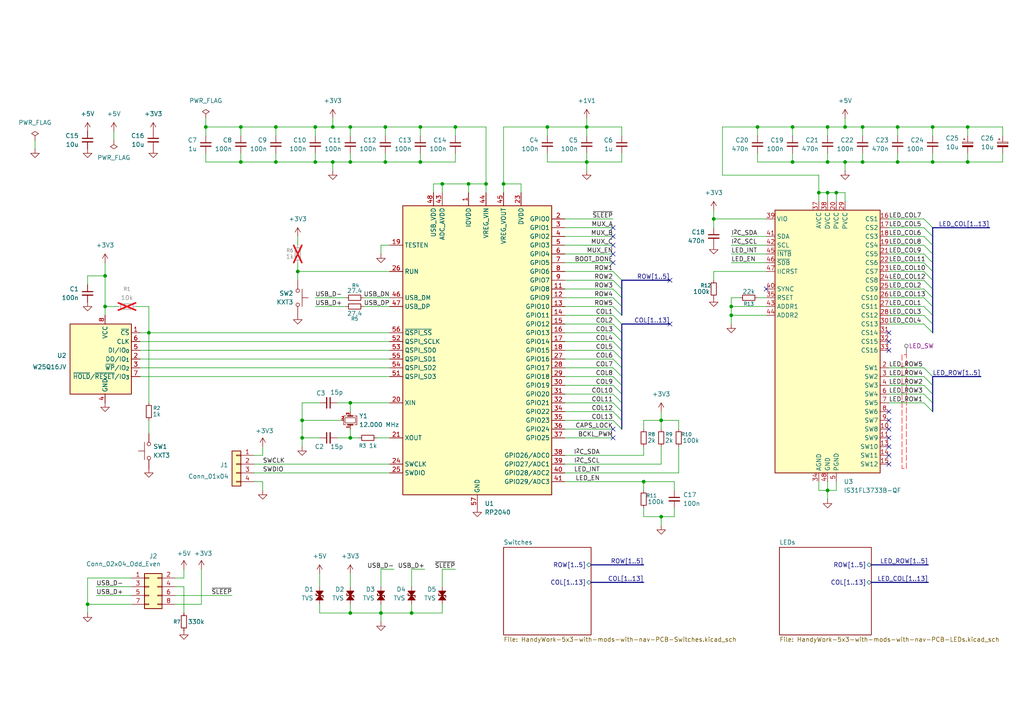
<source format=kicad_sch>
(kicad_sch (version 20250114) (generator "eeschema") (generator_version "9.0")
  (paper "A4")
  (title_block (title "HandyWork - 5x3 + Mods + Nav") (date "2026-03-01") (rev "1.0") (company "Axel Voitier") (comment 1 "HandyWork - 5x3 with mods with nav PCB") (comment 2 "CERN Open Hardware Licence Version 2 - Weakly Reciprocal") (comment 3 "Alidron"))
  (junction (at 43.18 96.52))
  (junction (at 69.85 46.99))
  (junction (at 121.92 36.83))
  (junction (at 25.4 175.26))
  (junction (at 170.18 36.83))
  (junction (at 128.27 53.34))
  (junction (at 86.36 78.74))
  (junction (at 132.08 36.83))
  (junction (at 219.71 36.83))
  (junction (at 229.87 46.99))
  (junction (at 250.19 46.99))
  (junction (at 30.48 80.01))
  (junction (at 260.35 46.99))
  (junction (at 237.49 55.88))
  (junction (at 87.63 121.92))
  (junction (at 270.51 36.83))
  (junction (at 280.67 46.99))
  (junction (at 91.44 36.83))
  (junction (at 121.92 46.99))
  (junction (at 135.89 53.34))
  (junction (at 101.6 177.8))
  (junction (at 229.87 36.83))
  (junction (at 245.11 46.99))
  (junction (at 140.97 53.34))
  (junction (at 80.01 36.83))
  (junction (at 96.52 46.99))
  (junction (at 212.09 91.44))
  (junction (at 59.69 36.83))
  (junction (at 110.49 177.8))
  (junction (at 69.85 36.83))
  (junction (at 146.05 53.34))
  (junction (at 101.6 127))
  (junction (at 87.63 127))
  (junction (at 30.48 88.9))
  (junction (at 191.77 149.86))
  (junction (at 242.57 55.88))
  (junction (at 158.75 36.83))
  (junction (at 245.11 36.83))
  (junction (at 270.51 46.99))
  (junction (at 280.67 36.83))
  (junction (at 111.76 46.99))
  (junction (at 191.77 121.92))
  (junction (at 260.35 36.83))
  (junction (at 250.19 36.83))
  (junction (at 101.6 116.84))
  (junction (at 240.03 46.99))
  (junction (at 207.01 63.5))
  (junction (at 186.69 139.7))
  (junction (at 96.52 36.83))
  (junction (at 170.18 46.99))
  (junction (at 91.44 46.99))
  (junction (at 240.03 142.24))
  (junction (at 111.76 36.83))
  (junction (at 119.38 177.8))
  (junction (at 101.6 46.99))
  (junction (at 240.03 55.88))
  (junction (at 240.03 36.83))
  (junction (at 212.09 88.9))
  (junction (at 101.6 36.83))
  (junction (at 80.01 46.99))
  (no_connect (at 177.8 68.58))
  (no_connect (at 257.81 134.62))
  (no_connect (at 257.81 101.6))
  (no_connect (at 257.81 124.46))
  (no_connect (at 194.31 93.98))
  (no_connect (at 257.81 121.92))
  (no_connect (at 177.8 71.12))
  (no_connect (at 177.8 76.2))
  (no_connect (at 257.81 119.38))
  (no_connect (at 257.81 127))
  (no_connect (at 177.8 124.46))
  (no_connect (at 257.81 96.52))
  (no_connect (at 222.25 83.82))
  (no_connect (at 177.8 127))
  (no_connect (at 177.8 66.04))
  (no_connect (at 194.31 81.28))
  (no_connect (at 257.81 132.08))
  (no_connect (at 257.81 129.54))
  (no_connect (at 177.8 73.66))
  (no_connect (at 257.81 99.06))
  (bus_entry (at 177.8 96.52) (size 2.54 2.54))
  (bus_entry (at 270.51 96.52) (size -2.54 -2.54))
  (bus_entry (at 177.8 88.9) (size 2.54 2.54))
  (bus_entry (at 177.8 111.76) (size 2.54 2.54))
  (bus_entry (at 270.51 86.36) (size -2.54 -2.54))
  (bus_entry (at 270.51 73.66) (size -2.54 -2.54))
  (bus_entry (at 177.8 78.74) (size 2.54 2.54))
  (bus_entry (at 270.51 66.04) (size -2.54 -2.54))
  (bus_entry (at 270.51 76.2) (size -2.54 -2.54))
  (bus_entry (at 270.51 91.44) (size -2.54 -2.54))
  (bus_entry (at 177.8 101.6) (size 2.54 2.54))
  (bus_entry (at 177.8 81.28) (size 2.54 2.54))
  (bus_entry (at 177.8 121.92) (size 2.54 2.54))
  (bus_entry (at 270.51 109.22) (size -2.54 -2.54))
  (bus_entry (at 177.8 86.36) (size 2.54 2.54))
  (bus_entry (at 177.8 106.68) (size 2.54 2.54))
  (bus_entry (at 270.51 114.3) (size -2.54 -2.54))
  (bus_entry (at 270.51 78.74) (size -2.54 -2.54))
  (bus_entry (at 177.8 91.44) (size 2.54 2.54))
  (bus_entry (at 177.8 119.38) (size 2.54 2.54))
  (bus_entry (at 177.8 83.82) (size 2.54 2.54))
  (bus_entry (at 177.8 109.22) (size 2.54 2.54))
  (bus_entry (at 177.8 114.3) (size 2.54 2.54))
  (bus_entry (at 270.51 88.9) (size -2.54 -2.54))
  (bus_entry (at 177.8 93.98) (size 2.54 2.54))
  (bus_entry (at 270.51 93.98) (size -2.54 -2.54))
  (bus_entry (at 177.8 99.06) (size 2.54 2.54))
  (bus_entry (at 177.8 104.14) (size 2.54 2.54))
  (bus_entry (at 270.51 71.12) (size -2.54 -2.54))
  (bus_entry (at 270.51 111.76) (size -2.54 -2.54))
  (bus_entry (at 270.51 81.28) (size -2.54 -2.54))
  (bus_entry (at 270.51 83.82) (size -2.54 -2.54))
  (bus_entry (at 270.51 116.84) (size -2.54 -2.54))
  (bus_entry (at 177.8 116.84) (size 2.54 2.54))
  (bus_entry (at 270.51 68.58) (size -2.54 -2.54))
  (bus_entry (at 270.51 119.38) (size -2.54 -2.54))
  (wire (pts (xy 250.19 46.99) (xy 260.35 46.99)))
  (wire (pts (xy 163.83 66.04) (xy 177.8 66.04)))
  (wire (pts (xy 33.02 38.1) (xy 33.02 40.64)))
  (wire (pts (xy 40.64 104.14) (xy 113.03 104.14)))
  (wire (pts (xy 53.34 165.1) (xy 53.34 167.64)))
  (wire (pts (xy 135.89 53.34) (xy 135.89 55.88)))
  (wire (pts (xy 163.83 114.3) (xy 177.8 114.3)))
  (wire (pts (xy 86.36 68.58) (xy 86.36 71.12)))
  (wire (pts (xy 101.6 166.37) (xy 101.6 170.18)))
  (wire (pts (xy 186.69 149.86) (xy 191.77 149.86)))
  (bus (pts (xy 252.73 168.91) (xy 269.24 168.91)))
  (wire (pts (xy 219.71 86.36) (xy 222.25 86.36)))
  (wire (pts (xy 121.92 36.83) (xy 132.08 36.83)))
  (wire (pts (xy 237.49 50.8) (xy 237.49 55.88)))
  (wire (pts (xy 110.49 177.8) (xy 119.38 177.8)))
  (bus (pts (xy 180.34 111.76) (xy 180.34 109.22)))
  (wire (pts (xy 53.34 167.64) (xy 50.8 167.64)))
  (wire (pts (xy 86.36 76.2) (xy 86.36 78.74)))
  (wire (pts (xy 240.03 142.24) (xy 240.03 144.78)))
  (wire (pts (xy 92.71 177.8) (xy 101.6 177.8)))
  (wire (pts (xy 260.35 46.99) (xy 270.51 46.99)))
  (wire (pts (xy 53.34 170.18) (xy 53.34 177.8)))
  (wire (pts (xy 219.71 36.83) (xy 219.71 39.37)))
  (bus (pts (xy 270.51 88.9) (xy 270.51 86.36)))
  (wire (pts (xy 229.87 36.83) (xy 240.03 36.83)))
  (wire (pts (xy 101.6 175.26) (xy 101.6 177.8)))
  (wire (pts (xy 111.76 44.45) (xy 111.76 46.99)))
  (wire (pts (xy 257.81 106.68) (xy 267.97 106.68)))
  (wire (pts (xy 219.71 36.83) (xy 229.87 36.83)))
  (bus (pts (xy 180.34 99.06) (xy 180.34 96.52)))
  (wire (pts (xy 163.83 81.28) (xy 177.8 81.28)))
  (wire (pts (xy 207.01 81.28) (xy 207.01 78.74)))
  (wire (pts (xy 257.81 111.76) (xy 267.97 111.76)))
  (wire (pts (xy 245.11 46.99) (xy 250.19 46.99)))
  (wire (pts (xy 128.27 177.8) (xy 128.27 175.26)))
  (wire (pts (xy 280.67 46.99) (xy 280.67 44.45)))
  (bus (pts (xy 270.51 111.76) (xy 270.51 109.22)))
  (wire (pts (xy 163.83 139.7) (xy 186.69 139.7)))
  (wire (pts (xy 280.67 46.99) (xy 290.83 46.99)))
  (wire (pts (xy 119.38 165.1) (xy 123.19 165.1)))
  (wire (pts (xy 97.79 116.84) (xy 101.6 116.84)))
  (wire (pts (xy 40.64 101.6) (xy 113.03 101.6)))
  (wire (pts (xy 104.14 127) (xy 101.6 127)))
  (wire (pts (xy 69.85 36.83) (xy 80.01 36.83)))
  (bus (pts (xy 270.51 114.3) (xy 270.51 111.76)))
  (wire (pts (xy 109.22 127) (xy 113.03 127)))
  (wire (pts (xy 111.76 36.83) (xy 111.76 39.37)))
  (wire (pts (xy 59.69 34.29) (xy 59.69 36.83)))
  (wire (pts (xy 191.77 149.86) (xy 195.58 149.86)))
  (wire (pts (xy 59.69 36.83) (xy 69.85 36.83)))
  (wire (pts (xy 91.44 86.36) (xy 100.33 86.36)))
  (wire (pts (xy 158.75 36.83) (xy 170.18 36.83)))
  (bus (pts (xy 270.51 68.58) (xy 270.51 66.04)))
  (wire (pts (xy 240.03 36.83) (xy 245.11 36.83)))
  (wire (pts (xy 163.83 124.46) (xy 177.8 124.46)))
  (bus (pts (xy 171.45 168.91) (xy 186.69 168.91)))
  (wire (pts (xy 163.83 76.2) (xy 177.8 76.2)))
  (wire (pts (xy 96.52 36.83) (xy 101.6 36.83)))
  (wire (pts (xy 191.77 134.62) (xy 191.77 129.54)))
  (wire (pts (xy 30.48 88.9) (xy 34.29 88.9)))
  (wire (pts (xy 196.85 121.92) (xy 196.85 124.46)))
  (bus (pts (xy 270.51 71.12) (xy 270.51 68.58)))
  (wire (pts (xy 170.18 46.99) (xy 170.18 49.53)))
  (wire (pts (xy 163.83 104.14) (xy 177.8 104.14)))
  (wire (pts (xy 209.55 50.8) (xy 237.49 50.8)))
  (wire (pts (xy 128.27 53.34) (xy 128.27 55.88)))
  (wire (pts (xy 50.8 170.18) (xy 53.34 170.18)))
  (bus (pts (xy 270.51 86.36) (xy 270.51 83.82)))
  (wire (pts (xy 229.87 46.99) (xy 240.03 46.99)))
  (wire (pts (xy 186.69 147.32) (xy 186.69 149.86)))
  (wire (pts (xy 270.51 36.83) (xy 280.67 36.83)))
  (wire (pts (xy 73.66 132.08) (xy 76.2 132.08)))
  (wire (pts (xy 191.77 149.86) (xy 191.77 152.4)))
  (wire (pts (xy 92.71 166.37) (xy 92.71 170.18)))
  (wire (pts (xy 69.85 46.99) (xy 80.01 46.99)))
  (wire (pts (xy 170.18 36.83) (xy 170.18 39.37)))
  (wire (pts (xy 119.38 170.18) (xy 119.38 165.1)))
  (wire (pts (xy 121.92 36.83) (xy 121.92 39.37)))
  (wire (pts (xy 80.01 36.83) (xy 80.01 39.37)))
  (wire (pts (xy 163.83 86.36) (xy 177.8 86.36)))
  (bus (pts (xy 270.51 83.82) (xy 270.51 81.28)))
  (bus (pts (xy 270.51 119.38) (xy 270.51 116.84)))
  (wire (pts (xy 105.41 86.36) (xy 113.03 86.36)))
  (wire (pts (xy 96.52 34.29) (xy 96.52 36.83)))
  (wire (pts (xy 212.09 86.36) (xy 212.09 88.9)))
  (wire (pts (xy 240.03 44.45) (xy 240.03 46.99)))
  (wire (pts (xy 69.85 36.83) (xy 69.85 39.37)))
  (wire (pts (xy 158.75 39.37) (xy 158.75 36.83)))
  (wire (pts (xy 101.6 36.83) (xy 101.6 39.37)))
  (wire (pts (xy 163.83 83.82) (xy 177.8 83.82)))
  (bus (pts (xy 270.51 81.28) (xy 270.51 78.74)))
  (wire (pts (xy 69.85 44.45) (xy 69.85 46.99)))
  (wire (pts (xy 170.18 34.29) (xy 170.18 36.83)))
  (wire (pts (xy 163.83 106.68) (xy 177.8 106.68)))
  (wire (pts (xy 212.09 76.2) (xy 222.25 76.2)))
  (wire (pts (xy 111.76 36.83) (xy 121.92 36.83)))
  (wire (pts (xy 240.03 139.7) (xy 240.03 142.24)))
  (wire (pts (xy 59.69 44.45) (xy 59.69 46.99)))
  (wire (pts (xy 186.69 139.7) (xy 186.69 142.24)))
  (wire (pts (xy 121.92 44.45) (xy 121.92 46.99)))
  (wire (pts (xy 257.81 71.12) (xy 267.97 71.12)))
  (wire (pts (xy 50.8 175.26) (xy 58.42 175.26)))
  (wire (pts (xy 214.63 86.36) (xy 212.09 86.36)))
  (wire (pts (xy 80.01 44.45) (xy 80.01 46.99)))
  (wire (pts (xy 245.11 55.88) (xy 242.57 55.88)))
  (wire (pts (xy 242.57 142.24) (xy 242.57 139.7)))
  (wire (pts (xy 80.01 36.83) (xy 91.44 36.83)))
  (wire (pts (xy 245.11 36.83) (xy 250.19 36.83)))
  (wire (pts (xy 58.42 165.1) (xy 58.42 175.26)))
  (wire (pts (xy 163.83 91.44) (xy 177.8 91.44)))
  (bus (pts (xy 180.34 106.68) (xy 180.34 104.14)))
  (wire (pts (xy 43.18 96.52) (xy 43.18 116.84)))
  (wire (pts (xy 121.92 46.99) (xy 132.08 46.99)))
  (wire (pts (xy 257.81 93.98) (xy 267.97 93.98)))
  (wire (pts (xy 207.01 63.5) (xy 222.25 63.5)))
  (wire (pts (xy 163.83 63.5) (xy 177.8 63.5)))
  (bus (pts (xy 171.45 163.83) (xy 186.69 163.83)))
  (wire (pts (xy 186.69 121.92) (xy 191.77 121.92)))
  (bus (pts (xy 180.34 88.9) (xy 180.34 86.36)))
  (wire (pts (xy 257.81 83.82) (xy 267.97 83.82)))
  (wire (pts (xy 59.69 46.99) (xy 69.85 46.99)))
  (bus (pts (xy 270.51 109.22) (xy 284.48 109.22)))
  (wire (pts (xy 207.01 63.5) (xy 207.01 66.04)))
  (wire (pts (xy 132.08 36.83) (xy 132.08 39.37)))
  (wire (pts (xy 163.83 121.92) (xy 177.8 121.92)))
  (wire (pts (xy 113.03 137.16) (xy 73.66 137.16)))
  (wire (pts (xy 128.27 170.18) (xy 128.27 165.1)))
  (wire (pts (xy 91.44 46.99) (xy 96.52 46.99)))
  (wire (pts (xy 163.83 101.6) (xy 177.8 101.6)))
  (bus (pts (xy 180.34 124.46) (xy 180.34 121.92)))
  (wire (pts (xy 140.97 53.34) (xy 140.97 55.88)))
  (bus (pts (xy 180.34 81.28) (xy 194.31 81.28)))
  (wire (pts (xy 242.57 55.88) (xy 242.57 58.42)))
  (wire (pts (xy 87.63 127) (xy 87.63 121.92)))
  (wire (pts (xy 76.2 139.7) (xy 76.2 142.24)))
  (wire (pts (xy 91.44 36.83) (xy 91.44 39.37)))
  (wire (pts (xy 135.89 53.34) (xy 140.97 53.34)))
  (wire (pts (xy 257.81 109.22) (xy 267.97 109.22)))
  (wire (pts (xy 212.09 91.44) (xy 212.09 93.98)))
  (wire (pts (xy 101.6 36.83) (xy 111.76 36.83)))
  (wire (pts (xy 257.81 73.66) (xy 267.97 73.66)))
  (wire (pts (xy 87.63 116.84) (xy 92.71 116.84)))
  (wire (pts (xy 260.35 36.83) (xy 270.51 36.83)))
  (wire (pts (xy 40.64 106.68) (xy 113.03 106.68)))
  (wire (pts (xy 132.08 36.83) (xy 140.97 36.83)))
  (bus (pts (xy 270.51 93.98) (xy 270.51 91.44)))
  (wire (pts (xy 101.6 177.8) (xy 110.49 177.8)))
  (wire (pts (xy 86.36 78.74) (xy 86.36 81.28)))
  (wire (pts (xy 101.6 116.84) (xy 101.6 119.38)))
  (wire (pts (xy 250.19 36.83) (xy 260.35 36.83)))
  (wire (pts (xy 151.13 53.34) (xy 146.05 53.34)))
  (wire (pts (xy 237.49 142.24) (xy 240.03 142.24)))
  (bus (pts (xy 180.34 93.98) (xy 194.31 93.98)))
  (wire (pts (xy 110.49 165.1) (xy 110.49 170.18)))
  (wire (pts (xy 114.3 165.1) (xy 110.49 165.1)))
  (wire (pts (xy 91.44 44.45) (xy 91.44 46.99)))
  (wire (pts (xy 191.77 121.92) (xy 191.77 124.46)))
  (wire (pts (xy 158.75 46.99) (xy 158.75 44.45)))
  (wire (pts (xy 163.83 73.66) (xy 177.8 73.66)))
  (wire (pts (xy 257.81 66.04) (xy 267.97 66.04)))
  (wire (pts (xy 186.69 132.08) (xy 186.69 129.54)))
  (wire (pts (xy 30.48 76.2) (xy 30.48 80.01)))
  (bus (pts (xy 180.34 83.82) (xy 180.34 81.28)))
  (wire (pts (xy 105.41 88.9) (xy 113.03 88.9)))
  (bus (pts (xy 270.51 116.84) (xy 270.51 114.3)))
  (wire (pts (xy 229.87 36.83) (xy 229.87 39.37)))
  (wire (pts (xy 101.6 44.45) (xy 101.6 46.99)))
  (wire (pts (xy 146.05 53.34) (xy 146.05 36.83)))
  (wire (pts (xy 25.4 82.55) (xy 25.4 80.01)))
  (bus (pts (xy 180.34 109.22) (xy 180.34 106.68)))
  (wire (pts (xy 163.83 134.62) (xy 191.77 134.62)))
  (wire (pts (xy 96.52 46.99) (xy 101.6 46.99)))
  (wire (pts (xy 191.77 119.38) (xy 191.77 121.92)))
  (wire (pts (xy 163.83 68.58) (xy 177.8 68.58)))
  (wire (pts (xy 170.18 36.83) (xy 180.34 36.83)))
  (bus (pts (xy 270.51 66.04) (xy 287.02 66.04)))
  (wire (pts (xy 97.79 127) (xy 101.6 127)))
  (wire (pts (xy 163.83 109.22) (xy 177.8 109.22)))
  (wire (pts (xy 163.83 119.38) (xy 177.8 119.38)))
  (wire (pts (xy 163.83 116.84) (xy 177.8 116.84)))
  (wire (pts (xy 270.51 46.99) (xy 270.51 44.45)))
  (wire (pts (xy 195.58 149.86) (xy 195.58 147.32)))
  (wire (pts (xy 280.67 36.83) (xy 290.83 36.83)))
  (bus (pts (xy 180.34 114.3) (xy 180.34 111.76)))
  (wire (pts (xy 163.83 71.12) (xy 177.8 71.12)))
  (wire (pts (xy 257.81 78.74) (xy 267.97 78.74)))
  (wire (pts (xy 163.83 132.08) (xy 186.69 132.08)))
  (wire (pts (xy 245.11 58.42) (xy 245.11 55.88)))
  (wire (pts (xy 207.01 60.96) (xy 207.01 63.5)))
  (bus (pts (xy 180.34 86.36) (xy 180.34 83.82)))
  (wire (pts (xy 242.57 55.88) (xy 240.03 55.88)))
  (wire (pts (xy 240.03 55.88) (xy 237.49 55.88)))
  (wire (pts (xy 240.03 36.83) (xy 240.03 39.37)))
  (wire (pts (xy 229.87 44.45) (xy 229.87 46.99)))
  (wire (pts (xy 237.49 55.88) (xy 237.49 58.42)))
  (wire (pts (xy 163.83 96.52) (xy 177.8 96.52)))
  (wire (pts (xy 92.71 175.26) (xy 92.71 177.8)))
  (bus (pts (xy 180.34 116.84) (xy 180.34 114.3)))
  (wire (pts (xy 163.83 137.16) (xy 196.85 137.16)))
  (wire (pts (xy 163.83 99.06) (xy 177.8 99.06)))
  (bus (pts (xy 180.34 104.14) (xy 180.34 101.6)))
  (wire (pts (xy 86.36 78.74) (xy 113.03 78.74)))
  (wire (pts (xy 110.49 71.12) (xy 113.03 71.12)))
  (wire (pts (xy 25.4 175.26) (xy 25.4 177.8)))
  (wire (pts (xy 212.09 71.12) (xy 222.25 71.12)))
  (wire (pts (xy 212.09 91.44) (xy 222.25 91.44)))
  (wire (pts (xy 30.48 88.9) (xy 30.48 91.44)))
  (wire (pts (xy 180.34 36.83) (xy 180.34 39.37)))
  (wire (pts (xy 101.6 46.99) (xy 111.76 46.99)))
  (wire (pts (xy 163.83 111.76) (xy 177.8 111.76)))
  (wire (pts (xy 280.67 36.83) (xy 280.67 39.37)))
  (wire (pts (xy 125.73 55.88) (xy 125.73 53.34)))
  (wire (pts (xy 170.18 46.99) (xy 158.75 46.99)))
  (wire (pts (xy 257.81 81.28) (xy 267.97 81.28)))
  (bus (pts (xy 180.34 101.6) (xy 180.34 99.06)))
  (wire (pts (xy 260.35 44.45) (xy 260.35 46.99)))
  (bus (pts (xy 180.34 91.44) (xy 180.34 88.9)))
  (wire (pts (xy 10.16 40.64) (xy 10.16 43.18)))
  (wire (pts (xy 110.49 175.26) (xy 110.49 177.8)))
  (wire (pts (xy 257.81 91.44) (xy 267.97 91.44)))
  (bus (pts (xy 270.51 96.52) (xy 270.51 93.98)))
  (wire (pts (xy 257.81 88.9) (xy 267.97 88.9)))
  (wire (pts (xy 91.44 36.83) (xy 96.52 36.83)))
  (wire (pts (xy 219.71 46.99) (xy 229.87 46.99)))
  (wire (pts (xy 43.18 96.52) (xy 113.03 96.52)))
  (wire (pts (xy 209.55 50.8) (xy 209.55 36.83)))
  (wire (pts (xy 257.81 68.58) (xy 267.97 68.58)))
  (wire (pts (xy 43.18 121.92) (xy 43.18 125.73)))
  (wire (pts (xy 43.18 96.52) (xy 43.18 88.9)))
  (wire (pts (xy 180.34 46.99) (xy 170.18 46.99)))
  (bus (pts (xy 252.73 163.83) (xy 269.24 163.83)))
  (wire (pts (xy 195.58 139.7) (xy 195.58 142.24)))
  (wire (pts (xy 257.81 63.5) (xy 267.97 63.5)))
  (wire (pts (xy 290.83 46.99) (xy 290.83 44.45)))
  (bus (pts (xy 270.51 76.2) (xy 270.51 73.66)))
  (wire (pts (xy 270.51 46.99) (xy 280.67 46.99)))
  (wire (pts (xy 237.49 139.7) (xy 237.49 142.24)))
  (wire (pts (xy 25.4 167.64) (xy 25.4 175.26)))
  (wire (pts (xy 25.4 175.26) (xy 38.1 175.26)))
  (bus (pts (xy 270.51 73.66) (xy 270.51 71.12)))
  (wire (pts (xy 132.08 46.99) (xy 132.08 44.45)))
  (wire (pts (xy 170.18 44.45) (xy 170.18 46.99)))
  (wire (pts (xy 110.49 73.66) (xy 110.49 71.12)))
  (wire (pts (xy 128.27 53.34) (xy 135.89 53.34)))
  (wire (pts (xy 125.73 53.34) (xy 128.27 53.34)))
  (bus (pts (xy 270.51 91.44) (xy 270.51 88.9)))
  (wire (pts (xy 39.37 88.9) (xy 43.18 88.9)))
  (wire (pts (xy 209.55 36.83) (xy 219.71 36.83)))
  (wire (pts (xy 76.2 132.08) (xy 76.2 129.54)))
  (wire (pts (xy 96.52 46.99) (xy 96.52 49.53)))
  (wire (pts (xy 87.63 121.92) (xy 87.63 116.84)))
  (wire (pts (xy 91.44 88.9) (xy 100.33 88.9)))
  (wire (pts (xy 207.01 78.74) (xy 222.25 78.74)))
  (wire (pts (xy 87.63 127) (xy 87.63 129.54)))
  (wire (pts (xy 219.71 44.45) (xy 219.71 46.99)))
  (wire (pts (xy 240.03 46.99) (xy 245.11 46.99)))
  (bus (pts (xy 270.51 78.74) (xy 270.51 76.2)))
  (wire (pts (xy 146.05 55.88) (xy 146.05 53.34)))
  (wire (pts (xy 140.97 36.83) (xy 140.97 53.34)))
  (bus (pts (xy 180.34 96.52) (xy 180.34 93.98)))
  (wire (pts (xy 110.49 177.8) (xy 110.49 180.34)))
  (wire (pts (xy 119.38 177.8) (xy 128.27 177.8)))
  (bus (pts (xy 180.34 121.92) (xy 180.34 119.38)))
  (wire (pts (xy 212.09 68.58) (xy 222.25 68.58)))
  (wire (pts (xy 40.64 99.06) (xy 113.03 99.06)))
  (wire (pts (xy 270.51 36.83) (xy 270.51 39.37)))
  (bus (pts (xy 180.34 119.38) (xy 180.34 116.84)))
  (wire (pts (xy 92.71 127) (xy 87.63 127)))
  (wire (pts (xy 38.1 167.64) (xy 25.4 167.64)))
  (wire (pts (xy 290.83 36.83) (xy 290.83 39.37)))
  (wire (pts (xy 163.83 127) (xy 177.8 127)))
  (wire (pts (xy 250.19 44.45) (xy 250.19 46.99)))
  (wire (pts (xy 245.11 34.29) (xy 245.11 36.83)))
  (wire (pts (xy 40.64 109.22) (xy 113.03 109.22)))
  (wire (pts (xy 113.03 134.62) (xy 73.66 134.62)))
  (wire (pts (xy 191.77 121.92) (xy 196.85 121.92)))
  (wire (pts (xy 257.81 114.3) (xy 267.97 114.3)))
  (wire (pts (xy 80.01 46.99) (xy 91.44 46.99)))
  (wire (pts (xy 212.09 88.9) (xy 212.09 91.44)))
  (wire (pts (xy 146.05 36.83) (xy 158.75 36.83)))
  (wire (pts (xy 30.48 80.01) (xy 30.48 88.9)))
  (wire (pts (xy 27.94 170.18) (xy 38.1 170.18)))
  (wire (pts (xy 257.81 86.36) (xy 267.97 86.36)))
  (wire (pts (xy 257.81 116.84) (xy 267.97 116.84)))
  (wire (pts (xy 59.69 39.37) (xy 59.69 36.83)))
  (wire (pts (xy 27.94 172.72) (xy 38.1 172.72)))
  (wire (pts (xy 186.69 124.46) (xy 186.69 121.92)))
  (wire (pts (xy 119.38 175.26) (xy 119.38 177.8)))
  (wire (pts (xy 50.8 172.72) (xy 67.31 172.72)))
  (wire (pts (xy 87.63 121.92) (xy 99.06 121.92)))
  (wire (pts (xy 250.19 36.83) (xy 250.19 39.37)))
  (wire (pts (xy 186.69 139.7) (xy 195.58 139.7)))
  (wire (pts (xy 111.76 46.99) (xy 121.92 46.99)))
  (wire (pts (xy 151.13 55.88) (xy 151.13 53.34)))
  (wire (pts (xy 240.03 55.88) (xy 240.03 58.42)))
  (wire (pts (xy 101.6 127) (xy 101.6 124.46)))
  (wire (pts (xy 196.85 137.16) (xy 196.85 129.54)))
  (wire (pts (xy 163.83 88.9) (xy 177.8 88.9)))
  (wire (pts (xy 212.09 73.66) (xy 222.25 73.66)))
  (wire (pts (xy 163.83 78.74) (xy 177.8 78.74)))
  (wire (pts (xy 163.83 93.98) (xy 177.8 93.98)))
  (wire (pts (xy 73.66 139.7) (xy 76.2 139.7)))
  (wire (pts (xy 260.35 36.83) (xy 260.35 39.37)))
  (wire (pts (xy 240.03 142.24) (xy 242.57 142.24)))
  (wire (pts (xy 180.34 44.45) (xy 180.34 46.99)))
  (wire (pts (xy 128.27 165.1) (xy 132.08 165.1)))
  (wire (pts (xy 257.81 76.2) (xy 267.97 76.2)))
  (wire (pts (xy 25.4 80.01) (xy 30.48 80.01)))
  (wire (pts (xy 101.6 116.84) (xy 113.03 116.84)))
  (wire (pts (xy 212.09 88.9) (xy 222.25 88.9)))
  (wire (pts (xy 245.11 46.99) (xy 245.11 49.53)))
  (wire (pts (xy 40.64 96.52) (xy 43.18 96.52)))
  (label "COL6" (at 177.8 104.14 180))
  (label "USB_D+" (at 123.19 165.1 180))
  (label "SWCLK" (at 76.2 134.62 0))
  (label "USB_D+" (at 27.94 172.72 0))
  (label "CAPS_LOCK" (at 177.8 124.46 180))
  (label "ROW5" (at 177.8 88.9 180))
  (label "ROW[1..5]" (at 194.31 81.28 180))
  (label "LED_COL7" (at 257.81 63.5 0))
  (label "LED_COL4" (at 257.81 93.98 0))
  (label "LED_INT" (at 212.09 73.66 0))
  (label "ROW2" (at 177.8 81.28 180))
  (label "COL13" (at 177.8 121.92 180))
  (label "LED_ROW4" (at 257.81 109.22 0))
  (label "COL7" (at 177.8 106.68 180))
  (label "COL4" (at 177.8 99.06 180))
  (label "~{SLEEP}" (at 132.08 165.1 180))
  (label "USB_DP" (at 113.03 88.9 180))
  (label "LED_ROW[1..5]" (at 284.48 109.22 180))
  (label "I^{2}C_SCL" (at 173.99 134.62 180))
  (label "COL1" (at 177.8 91.44 180))
  (label "I^{2}C_SDA" (at 212.09 68.58 0))
  (label "MUX_EN" (at 177.8 73.66 180))
  (label "LED_COL[1..13]" (at 269.24 168.91 180))
  (label "LED_ROW2" (at 257.81 111.76 0))
  (label "USB_D+" (at 91.44 88.9 0))
  (label "LED_ROW3" (at 257.81 114.3 0))
  (label "USB_D-" (at 91.44 86.36 0))
  (label "COL2" (at 177.8 93.98 180))
  (label "COL5" (at 177.8 101.6 180))
  (label "LED_COL10" (at 257.81 78.74 0))
  (label "LED_EN" (at 173.99 139.7 180))
  (label "~{SLEEP}" (at 177.8 63.5 180))
  (label "COL3" (at 177.8 96.52 180))
  (label "~{SLEEP}" (at 67.31 172.72 180))
  (label "LED_ROW[1..5]" (at 269.24 163.83 180))
  (label "LED_COL5" (at 257.81 66.04 0))
  (label "BOOT_DONE" (at 177.8 76.2 180))
  (label "ROW3" (at 177.8 83.82 180))
  (label "COL[1..13]" (at 186.69 168.91 180))
  (label "LED_COL12" (at 257.81 81.28 0))
  (label "MUX_A" (at 177.8 66.04 180))
  (label "LED_COL13" (at 257.81 86.36 0))
  (label "COL11" (at 177.8 116.84 180))
  (label "SWDIO" (at 76.2 137.16 0))
  (label "LED_COL9" (at 257.81 73.66 0))
  (label "LED_ROW5" (at 257.81 106.68 0))
  (label "LED_COL3" (at 257.81 91.44 0))
  (label "MUX_B" (at 177.8 68.58 180))
  (label "LED_COL8" (at 257.81 71.12 0))
  (label "LED_EN" (at 212.09 76.2 0))
  (label "LED_COL[1..13]" (at 287.02 66.04 180))
  (label "COL10" (at 177.8 114.3 180))
  (label "ROW[1..5]" (at 186.69 163.83 180))
  (label "LED_COL6" (at 257.81 68.58 0))
  (label "COL9" (at 177.8 111.76 180))
  (label "USB_D-" (at 114.3 165.1 180))
  (label "COL[1..13]" (at 194.31 93.98 180))
  (label "USB_D-" (at 27.94 170.18 0))
  (label "I^{2}C_SCL" (at 212.09 71.12 0))
  (label "I^{2}C_SDA" (at 173.99 132.08 180))
  (label "LED_COL2" (at 257.81 83.82 0))
  (label "LED_COL11" (at 257.81 76.2 0))
  (label "LED_INT" (at 173.99 137.16 180))
  (label "USB_DN" (at 113.03 86.36 180))
  (label "COL8" (at 177.8 109.22 180))
  (label "MUX_C" (at 177.8 71.12 180))
  (label "LED_ROW1" (at 257.81 116.84 0))
  (label "COL12" (at 177.8 119.38 180))
  (label "ROW4" (at 177.8 86.36 180))
  (label "ROW1" (at 177.8 78.74 180))
  (label "BCKL_PWM" (at 177.8 127 180))
  (label "LED_COL1" (at 257.81 88.9 0))
  (rule_area (polyline (pts (xy 261.62 102.87) (xy 261.62 135.89) (xy 262.89 135.89) (xy 262.89 102.87)) (stroke (width 0) (type dash))))
  (netclass_flag "" (length 2.54) (shape round) (at 262.89 102.87 0) (property "Netclass" "LED_SW" (at 263.5885 100.33 0) (effects (justify left))))
  (symbol (lib_id "Device:C_Polarized_Small") (at 290.83 41.91 0) (unit 1)
    (property "Reference" "C26" (at 288.29 40.0938 0) (effects (justify right)))
    (property "Value" "10u" (at 288.29 42.6338 0) (effects (justify right)))
    (property "Footprint" "Capacitor_Tantalum_SMD:CP_EIA-3216-18_Kemet-A_HandSolder" (effects (hide yes)))
    (property "Description" "10uF, 10V, Tantalum" (effects (hide yes)))
    (property "LCSC" "C7171" (effects (hide yes)))
  )
  (symbol (lib_id "Device:C_Small") (at 158.75 41.91 0) (mirror y) (unit 1)
    (property "Reference" "C4" (at 156.21 40.6462 0) (effects (justify left)))
    (property "Value" "100n" (at 156.21 43.1862 0) (effects (justify left)))
    (property "Footprint" "Capacitor_SMD:C_0402_1005Metric" (effects (hide yes)))
    (property "Description" "Unpolarized capacitor, small symbol" (effects (hide yes)))
    (property "LCSC" "C1525" (effects (hide yes)))
  )
  (symbol (lib_id "power:GND") (at 30.48 116.84 0) (unit 1)
    (property "Reference" "#PWR03" (effects (hide yes)))
    (property "Value" "GND" (effects (hide yes)))
    (property "Description" "Power symbol creates a global label with name \"GND\" , ground" (effects (hide yes)))
  )
  (symbol (lib_id "power:GND") (at 240.03 144.78 0) (unit 1)
    (property "Reference" "#PWR029" (effects (hide yes)))
    (property "Value" "GND" (effects (hide yes)))
    (property "Description" "Power symbol creates a global label with name \"GND\" , ground" (effects (hide yes)))
  )
  (symbol (lib_id "power:GND") (at 207.01 86.36 0) (unit 1)
    (property "Reference" "#PWR032" (effects (hide yes)))
    (property "Value" "GND" (effects (hide yes)))
    (property "Description" "Power symbol creates a global label with name \"GND\" , ground" (effects (hide yes)))
  )
  (symbol (lib_id "Device:D_TVS_Small_Filled") (at 110.49 172.72 90) (unit 1)
    (property "Reference" "D3" (at 107.442 170.942 90))
    (property "Value" "TVS" (at 106.934 173.482 90))
    (property "Footprint" "Diode_SMD:D_SOD-523" (effects (hide yes)))
    (property "Description" "Bidirectional transient-voltage-suppression diode, small symbol, filled shape" (effects (hide yes)))
    (property "LCSC" "C20615820" (effects (hide yes)))
  )
  (symbol (lib_id "Device:C_Small") (at 80.01 41.91 0) (mirror y) (unit 1)
    (property "Reference" "C9" (at 77.47 40.6462 0) (effects (justify left)))
    (property "Value" "100n" (at 77.47 43.1862 0) (effects (justify left)))
    (property "Footprint" "Capacitor_SMD:C_0402_1005Metric" (effects (hide yes)))
    (property "Description" "Unpolarized capacitor, small symbol" (effects (hide yes)))
    (property "LCSC" "C1525" (effects (hide yes)))
  )
  (symbol (lib_id "Device:C_Small") (at 270.51 41.91 0) (mirror y) (unit 1)
    (property "Reference" "C24" (at 267.97 40.6462 0) (effects (justify left)))
    (property "Value" "100n" (at 267.97 43.1862 0) (effects (justify left)))
    (property "Footprint" "Capacitor_SMD:C_0402_1005Metric" (effects (hide yes)))
    (property "Description" "Unpolarized capacitor, small symbol" (effects (hide yes)))
    (property "LCSC" "C1525" (effects (hide yes)))
  )
  (symbol (lib_id "Device:C_Small") (at 170.18 41.91 0) (mirror y) (unit 1)
    (property "Reference" "C5" (at 167.64 40.6462 0) (effects (justify left)))
    (property "Value" "100n" (at 167.64 43.1862 0) (effects (justify left)))
    (property "Footprint" "Capacitor_SMD:C_0402_1005Metric" (effects (hide yes)))
    (property "Description" "Unpolarized capacitor, small symbol" (effects (hide yes)))
    (property "LCSC" "C1525" (effects (hide yes)))
  )
  (symbol (lib_id "Device:C_Small") (at 91.44 41.91 0) (mirror y) (unit 1)
    (property "Reference" "C10" (at 88.9 40.6462 0) (effects (justify left)))
    (property "Value" "100n" (at 88.9 43.1862 0) (effects (justify left)))
    (property "Footprint" "Capacitor_SMD:C_0402_1005Metric" (effects (hide yes)))
    (property "Description" "Unpolarized capacitor, small symbol" (effects (hide yes)))
    (property "LCSC" "C1525" (effects (hide yes)))
  )
  (symbol (lib_id "Device:Crystal_GND24_Small") (at 101.6 121.92 270) (mirror x) (unit 1)
    (property "Reference" "Y1" (at 104.14 120.6499 90) (effects (justify left)))
    (property "Value" "12.000 MHz" (at 104.14 123.1899 90) (effects (justify left)))
    (property "Footprint" "Crystal:Crystal_SMD_Abracon_ABM8AIG-4Pin_3.2x2.5mm" (effects (hide yes)))
    (property "Description" "Four pin crystal, GND on pins 2 and 4, small symbol" (effects (hide yes)))
    (property private "KLC_S3.3" "The rectangle is not a symbol body but a graphical element" (effects (hide yes)))
    (property private "KLC_S4.1" "Some pins are on 50mil grid to make the symbol small" (effects (hide yes)))
    (property "MPN" "ABM8-272-T3" (effects (hide yes)))
    (property "Mouser" "815-ABM8-272-T3 " (effects (hide yes)))
    (property "Digikey" "535-ABM8-272-T3CT-ND" (effects (hide yes)))
    (property "LCSC" "C20625731" (effects (hide yes)))
  )
  (symbol (lib_id "Device:R_Small") (at 86.36 73.66 180) (unit 1) (in_bom no) (dnp yes)
    (property "Reference" "R6" (at 84.074 72.644 0) (effects (font (size 1.016 1.016))))
    (property "Value" "1k" (at 84.074 74.422 0))
    (property "Footprint" "Resistor_SMD:R_0402_1005Metric" (effects (hide yes)))
    (property "Description" "Resistor, small symbol" (effects (hide yes)))
    (property "LCSC" "C11702" (effects (hide yes)))
  )
  (symbol (lib_id "power:+3V3") (at 30.48 76.2 0) (unit 1)
    (property "Reference" "#PWR01" (effects (hide yes)))
    (property "Value" "+3V3" (at 30.48 71.12 0))
    (property "Description" "Power symbol creates a global label with name \"+3V3\"" (effects (hide yes)))
  )
  (symbol (lib_id "Device:R_Small") (at 196.85 127 0) (mirror x) (unit 1)
    (property "Reference" "R10" (at 199.136 125.984 0) (effects (font (size 1.016 1.016))))
    (property "Value" "100k" (at 200.406 127.762 0))
    (property "Footprint" "Resistor_SMD:R_0402_1005Metric" (effects (hide yes)))
    (property "Description" "Resistor, small symbol" (effects (hide yes)))
    (property "LCSC" "C25741" (effects (hide yes)))
  )
  (symbol (lib_id "power:GND") (at 207.01 71.12 0) (unit 1)
    (property "Reference" "#PWR031" (effects (hide yes)))
    (property "Value" "GND" (effects (hide yes)))
    (property "Description" "Power symbol creates a global label with name \"GND\" , ground" (effects (hide yes)))
  )
  (symbol (lib_id "Device:D_TVS_Small_Filled") (at 119.38 172.72 90) (unit 1)
    (property "Reference" "D4" (at 116.332 170.942 90))
    (property "Value" "TVS" (at 115.824 173.482 90))
    (property "Footprint" "Diode_SMD:D_SOD-523" (effects (hide yes)))
    (property "Description" "Bidirectional transient-voltage-suppression diode, small symbol, filled shape" (effects (hide yes)))
    (property "LCSC" "C20615820" (effects (hide yes)))
  )
  (symbol (lib_id "power:GND") (at 170.18 49.53 0) (unit 1)
    (property "Reference" "#PWR012" (effects (hide yes)))
    (property "Value" "GND" (effects (hide yes)))
    (property "Description" "Power symbol creates a global label with name \"GND\" , ground" (effects (hide yes)))
  )
  (symbol (lib_id "power:+5V") (at 25.4 38.1 0) (unit 1)
    (property "Reference" "#PWR023" (effects (hide yes)))
    (property "Value" "+5V" (at 25.4 33.02 0))
    (property "Description" "Power symbol creates a global label with name \"+5V\"" (effects (hide yes)))
  )
  (symbol (lib_id "Connector_Generic:Conn_01x04") (at 68.58 134.62 0) (mirror y) (unit 1) (in_bom no)
    (property "Reference" "J1" (at 65.024 134.874 0))
    (property "Value" "Conn_01x04" (at 60.452 138.176 0))
    (property "Footprint" "Connector_PinHeader_1.00mm:PinHeader_1x04_P1.00mm_Vertical" (effects (hide yes)))
    (property "Description" "Generic connector, single row, 01x04, script generated (kicad-library-utils/schlib/autogen/connector/)" (effects (hide yes)))
  )
  (symbol (lib_id "Connector_Generic:Conn_02x04_Odd_Even") (at 43.18 170.18 0) (unit 1) (in_bom no)
    (property "Reference" "J2" (at 44.45 161.29 0))
    (property "Value" "Conn_02x04_Odd_Even" (at 35.814 163.576 0))
    (property "Footprint" "Framework:A1 Board PCB" (effects (hide yes)))
    (property "Description" "Generic connector, double row, 02x04, odd/even pin numbering scheme (row 1 odd numbers, row 2 even numbers), script generated (kicad-library-utils/schlib/autogen/connector/)" (effects (hide yes)))
  )
  (symbol (lib_id "power:PWR_FLAG") (at 10.16 40.64 0) (unit 1)
    (property "Reference" "#FLG03" (effects (hide yes)))
    (property "Value" "PWR_FLAG" (at 10.16 35.56 0))
    (property "Description" "Special symbol for telling ERC where power comes from" (effects (hide yes)))
  )
  (symbol (lib_id "power:+3V3") (at 86.36 68.58 0) (unit 1)
    (property "Reference" "#PWR08" (effects (hide yes)))
    (property "Value" "+3V3" (at 86.36 63.5 0))
    (property "Description" "Power symbol creates a global label with name \"+3V3\"" (effects (hide yes)))
  )
  (symbol (lib_id "power:GND") (at 110.49 73.66 0) (unit 1)
    (property "Reference" "#PWR06" (effects (hide yes)))
    (property "Value" "GND" (effects (hide yes)))
    (property "Description" "Power symbol creates a global label with name \"GND\" , ground" (effects (hide yes)))
  )
  (symbol (lib_id "Device:C_Small") (at 250.19 41.91 0) (mirror y) (unit 1)
    (property "Reference" "C22" (at 247.65 40.6462 0) (effects (justify left)))
    (property "Value" "100n" (at 247.65 43.1862 0) (effects (justify left)))
    (property "Footprint" "Capacitor_SMD:C_0402_1005Metric" (effects (hide yes)))
    (property "Description" "Unpolarized capacitor, small symbol" (effects (hide yes)))
    (property "LCSC" "C1525" (effects (hide yes)))
  )
  (symbol (lib_id "Device:R_Small") (at 36.83 88.9 90) (unit 1) (in_bom no) (dnp yes)
    (property "Reference" "R1" (at 36.83 83.82 90) (effects (font (size 1.016 1.016))))
    (property "Value" "10k" (at 36.83 86.36 90))
    (property "Footprint" "Resistor_SMD:R_0402_1005Metric" (effects (hide yes)))
    (property "Description" "Resistor, small symbol" (effects (hide yes)))
    (property "LCSC" "C25744" (effects (hide yes)))
  )
  (symbol (lib_id "Device:C_Small") (at 219.71 41.91 0) (mirror y) (unit 1)
    (property "Reference" "C20" (at 217.17 40.6462 0) (effects (justify left)))
    (property "Value" "470n" (at 217.17 43.1862 0) (effects (justify left)))
    (property "Footprint" "Capacitor_SMD:C_0603_1608Metric" (effects (hide yes)))
    (property "Description" "Unpolarized capacitor, small symbol" (effects (hide yes)))
    (property "LCSC" "C1623" (effects (hide yes)))
  )
  (symbol (lib_id "power:GND") (at 10.16 43.18 0) (unit 1)
    (property "Reference" "#PWR038" (effects (hide yes)))
    (property "Value" "GND" (effects (hide yes)))
    (property "Description" "Power symbol creates a global label with name \"GND\" , ground" (effects (hide yes)))
  )
  (symbol (lib_id "power:GND") (at 25.4 43.18 0) (unit 1)
    (property "Reference" "#PWR025" (effects (hide yes)))
    (property "Value" "GND" (effects (hide yes)))
    (property "Description" "Power symbol creates a global label with name \"GND\" , ground" (effects (hide yes)))
  )
  (symbol (lib_id "Memory_Flash:W25Q16JVSS") (at 30.48 104.14 0) (mirror y) (unit 1)
    (property "Reference" "U2" (at 19.304 103.124 0) (effects (justify left)))
    (property "Value" "W25Q16JV" (at 19.304 106.426 0) (effects (justify left)))
    (property "Footprint" "Package_SON:Winbond_USON-8-1EP_3x2mm_P0.5mm_EP0.2x1.6mm" (effects (hide yes)))
    (property "Datasheet" "https://www.winbond.com/hq/support/documentation/levelOne.jsp?__locale=en&DocNo=DA00-W25Q16JV.1" (effects (hide yes)))
    (property "Description" "16Mbit / 2MiB Serial Flash Memory, Standard/Dual/Quad SPI, 2.7-3.6V, SOIC-8 (208 mil)" (effects (hide yes)))
    (property "MPN" "W25Q16JVUXIQ" (effects (hide yes)))
    (property "Mouser" "454-W25Q16JVUXIQTR " (effects (hide yes)))
    (property "Digikey" "256-W25Q16JVUXIQTRCT-ND" (effects (hide yes)))
    (property "LCSC" "C2843335" (effects (hide yes)))
  )
  (symbol (lib_id "Device:D_TVS_Small_Filled") (at 101.6 172.72 90) (unit 1)
    (property "Reference" "D2" (at 98.552 170.942 90))
    (property "Value" "TVS" (at 98.044 173.482 90))
    (property "Footprint" "Diode_SMD:D_SOD-523" (effects (hide yes)))
    (property "Description" "Bidirectional transient-voltage-suppression diode, small symbol, filled shape" (effects (hide yes)))
    (property "LCSC" "C20615820" (effects (hide yes)))
  )
  (symbol (lib_id "power:+5V") (at 53.34 165.1 0) (unit 1)
    (property "Reference" "#PWR017" (effects (hide yes)))
    (property "Value" "+5V" (at 53.34 160.528 0))
    (property "Description" "Power symbol creates a global label with name \"+5V\"" (effects (hide yes)))
  )
  (symbol (lib_id "Device:C_Small") (at 132.08 41.91 0) (mirror y) (unit 1)
    (property "Reference" "C14" (at 129.54 40.6462 0) (effects (justify left)))
    (property "Value" "100n" (at 129.54 43.1862 0) (effects (justify left)))
    (property "Footprint" "Capacitor_SMD:C_0402_1005Metric" (effects (hide yes)))
    (property "Description" "Unpolarized capacitor, small symbol" (effects (hide yes)))
    (property "LCSC" "C1525" (effects (hide yes)))
  )
  (symbol (lib_id "power:GND") (at 191.77 152.4 0) (unit 1)
    (property "Reference" "#PWR028" (effects (hide yes)))
    (property "Value" "GND" (effects (hide yes)))
    (property "Description" "Power symbol creates a global label with name \"GND\" , ground" (effects (hide yes)))
  )
  (symbol (lib_id "power:+1V1") (at 170.18 34.29 0) (unit 1)
    (property "Reference" "#PWR013" (effects (hide yes)))
    (property "Value" "+1V1" (at 170.18 29.21 0))
    (property "Description" "Power symbol creates a global label with name \"+1V1\"" (effects (hide yes)))
  )
  (symbol (lib_id "Device:R_Small") (at 106.68 127 90) (mirror x) (unit 1)
    (property "Reference" "R3" (at 105.156 129.286 90) (effects (font (size 1.016 1.016))))
    (property "Value" "1k" (at 108.204 129.286 90))
    (property "Footprint" "Resistor_SMD:R_0402_1005Metric" (effects (hide yes)))
    (property "Description" "Resistor, small symbol" (effects (hide yes)))
    (property "LCSC" "C11702" (effects (hide yes)))
  )
  (symbol (lib_id "power:+3V3") (at 76.2 129.54 0) (unit 1)
    (property "Reference" "#PWR010" (effects (hide yes)))
    (property "Value" "+3V3" (at 76.708 124.968 0))
    (property "Description" "Power symbol creates a global label with name \"+3V3\"" (effects (hide yes)))
  )
  (symbol (lib_id "Switch:SW_Push") (at 86.36 86.36 270) (mirror x) (unit 1)
    (property "Reference" "SW2" (at 85.09 85.0899 90) (effects (justify right)))
    (property "Value" "KXT3" (at 85.09 87.6299 90) (effects (justify right)))
    (property "Footprint" "Button_Switch_SMD:SW_SPST_CK_KXT3" (effects (hide yes)))
    (property "Description" "Push button switch, generic, two pins" (effects (hide yes)))
    (property "Digikey" "CKN10779CT-ND" (effects (hide yes)))
    (property "LCSC" "C221822" (effects (hide yes)))
    (property "MPN" "KXT331LHS" (effects (hide yes)))
    (property "Mouser" "611-KXT331LHS " (effects (hide yes)))
  )
  (symbol (lib_id "Device:C_Small") (at 240.03 41.91 0) (mirror y) (unit 1)
    (property "Reference" "C21" (at 237.49 40.6462 0) (effects (justify left)))
    (property "Value" "470n" (at 237.49 43.1862 0) (effects (justify left)))
    (property "Footprint" "Capacitor_SMD:C_0603_1608Metric" (effects (hide yes)))
    (property "Description" "Unpolarized capacitor, small symbol" (effects (hide yes)))
    (property "LCSC" "C1623" (effects (hide yes)))
  )
  (symbol (lib_id "power:GND") (at 110.49 180.34 0) (unit 1)
    (property "Reference" "#PWR020" (effects (hide yes)))
    (property "Value" "GND" (effects (hide yes)))
    (property "Description" "Power symbol creates a global label with name \"GND\" , ground" (effects (hide yes)))
  )
  (symbol (lib_id "Device:C_Small") (at 111.76 41.91 0) (mirror y) (unit 1)
    (property "Reference" "C12" (at 109.22 40.6462 0) (effects (justify left)))
    (property "Value" "100n" (at 109.22 43.1862 0) (effects (justify left)))
    (property "Footprint" "Capacitor_SMD:C_0402_1005Metric" (effects (hide yes)))
    (property "Description" "Unpolarized capacitor, small symbol" (effects (hide yes)))
    (property "LCSC" "C1525" (effects (hide yes)))
  )
  (symbol (lib_id "power:GND") (at 44.45 43.18 0) (unit 1)
    (property "Reference" "#PWR026" (effects (hide yes)))
    (property "Value" "GND" (effects (hide yes)))
    (property "Description" "Power symbol creates a global label with name \"GND\" , ground" (effects (hide yes)))
  )
  (symbol (lib_id "Device:C_Small") (at 229.87 41.91 0) (mirror y) (unit 1)
    (property "Reference" "C19" (at 227.33 40.6462 0) (effects (justify left)))
    (property "Value" "100n" (at 227.33 43.1862 0) (effects (justify left)))
    (property "Footprint" "Capacitor_SMD:C_0402_1005Metric" (effects (hide yes)))
    (property "Description" "Unpolarized capacitor, small symbol" (effects (hide yes)))
    (property "LCSC" "C1525" (effects (hide yes)))
  )
  (symbol (lib_id "power:GND") (at 53.34 182.88 0) (unit 1)
    (property "Reference" "#PWR019" (effects (hide yes)))
    (property "Value" "GND" (effects (hide yes)))
    (property "Description" "Power symbol creates a global label with name \"GND\" , ground" (effects (hide yes)))
  )
  (symbol (lib_id "power:+3V3") (at 191.77 119.38 0) (unit 1)
    (property "Reference" "#PWR027" (effects (hide yes)))
    (property "Value" "+3V3" (at 191.77 114.3 0))
    (property "Description" "Power symbol creates a global label with name \"+3V3\"" (effects (hide yes)))
  )
  (symbol (lib_id "power:GND") (at 25.4 177.8 0) (unit 1)
    (property "Reference" "#PWR016" (effects (hide yes)))
    (property "Value" "GND" (effects (hide yes)))
    (property "Description" "Power symbol creates a global label with name \"GND\" , ground" (effects (hide yes)))
  )
  (symbol (lib_id "power:GND") (at 25.4 87.63 0) (unit 1)
    (property "Reference" "#PWR02" (effects (hide yes)))
    (property "Value" "GND" (effects (hide yes)))
    (property "Description" "Power symbol creates a global label with name \"GND\" , ground" (effects (hide yes)))
  )
  (symbol (lib_id "Device:C_Small") (at 95.25 127 90) (mirror x) (unit 1)
    (property "Reference" "C2" (at 93.9862 129.54 90) (effects (justify left)))
    (property "Value" "15p" (at 99.568 129.54 90) (effects (justify left)))
    (property "Footprint" "Capacitor_SMD:C_0402_1005Metric" (effects (hide yes)))
    (property "Description" "Unpolarized capacitor, small symbol" (effects (hide yes)))
    (property "LCSC" "C1548" (effects (hide yes)))
  )
  (symbol (lib_id "Device:C_Polarized_Small") (at 280.67 41.91 0) (unit 1)
    (property "Reference" "C25" (at 278.13 40.0938 0) (effects (justify right)))
    (property "Value" "10u" (at 278.13 42.6338 0) (effects (justify right)))
    (property "Footprint" "Capacitor_Tantalum_SMD:CP_EIA-3216-18_Kemet-A_HandSolder" (effects (hide yes)))
    (property "Description" "10uF, 10V, Tantalum" (effects (hide yes)))
    (property "LCSC" "C7171" (effects (hide yes)))
  )
  (symbol (lib_id "Device:D_TVS_Small_Filled") (at 92.71 172.72 90) (unit 1)
    (property "Reference" "D1" (at 89.662 170.942 90))
    (property "Value" "TVS" (at 89.154 173.482 90))
    (property "Footprint" "Diode_SMD:D_SOD-523" (effects (hide yes)))
    (property "Description" "Bidirectional transient-voltage-suppression diode, small symbol, filled shape" (effects (hide yes)))
    (property "LCSC" "C20615820" (effects (hide yes)))
  )
  (symbol (lib_id "power:+3V3") (at 58.42 165.1 0) (unit 1)
    (property "Reference" "#PWR018" (effects (hide yes)))
    (property "Value" "+3V3" (at 58.928 160.528 0))
    (property "Description" "Power symbol creates a global label with name \"+3V3\"" (effects (hide yes)))
  )
  (symbol (lib_id "Device:R_Small") (at 186.69 144.78 0) (mirror x) (unit 1)
    (property "Reference" "R11" (at 188.976 143.764 0) (effects (font (size 1.016 1.016))))
    (property "Value" "100k" (at 190.246 145.542 0))
    (property "Footprint" "Resistor_SMD:R_0402_1005Metric" (effects (hide yes)))
    (property "Description" "Resistor, small symbol" (effects (hide yes)))
    (property "LCSC" "C25741" (effects (hide yes)))
  )
  (symbol (lib_id "power:+3V3") (at 207.01 60.96 0) (unit 1)
    (property "Reference" "#PWR030" (effects (hide yes)))
    (property "Value" "+3V3" (at 207.01 55.88 0))
    (property "Description" "Power symbol creates a global label with name \"+3V3\"" (effects (hide yes)))
  )
  (symbol (lib_id "Device:C_Small") (at 95.25 116.84 270) (mirror x) (unit 1)
    (property "Reference" "C3" (at 91.694 114.046 90) (effects (justify left)))
    (property "Value" "15p" (at 95.758 113.792 90) (effects (justify left)))
    (property "Footprint" "Capacitor_SMD:C_0402_1005Metric" (effects (hide yes)))
    (property "Description" "Unpolarized capacitor, small symbol" (effects (hide yes)))
    (property "LCSC" "C1548" (effects (hide yes)))
  )
  (symbol (lib_id "Device:R_Small") (at 186.69 127 0) (mirror x) (unit 1)
    (property "Reference" "R8" (at 188.976 125.984 0) (effects (font (size 1.016 1.016))))
    (property "Value" "2k" (at 188.976 127.762 0))
    (property "Footprint" "Resistor_SMD:R_0402_1005Metric" (effects (hide yes)))
    (property "Description" "Resistor, small symbol" (effects (hide yes)))
    (property "LCSC" "C4109" (effects (hide yes)))
  )
  (symbol (lib_id "power:GND") (at 87.63 129.54 0) (unit 1)
    (property "Reference" "#PWR05" (effects (hide yes)))
    (property "Value" "GND" (effects (hide yes)))
    (property "Description" "Power symbol creates a global label with name \"GND\" , ground" (effects (hide yes)))
  )
  (symbol (lib_id "Device:R_Small") (at 43.18 119.38 0) (mirror x) (unit 1)
    (property "Reference" "R2" (at 45.466 118.364 0) (effects (font (size 1.016 1.016))))
    (property "Value" "1k" (at 45.466 120.142 0))
    (property "Footprint" "Resistor_SMD:R_0402_1005Metric" (effects (hide yes)))
    (property "Description" "Resistor, small symbol" (effects (hide yes)))
    (property "LCSC" "C11702" (effects (hide yes)))
  )
  (symbol (lib_id "Driver_LED:IS31FL3733-QF") (at 240.03 99.06 0) (unit 1)
    (property "Reference" "U3" (at 244.7133 139.7 0) (effects (justify left)))
    (property "Value" "IS31FL3733B-QF" (at 244.7133 142.24 0) (effects (justify left)))
    (property "Footprint" "Package_DFN_QFN:QFN-48-1EP_6x6mm_P0.4mm_EP4.2x4.2mm_ThermalVias" (effects (hide yes)))
    (property "Datasheet" "https://www.lumissil.com/assets/pdf/core/IS31FL3733B_DS.pdf" (effects (hide yes)))
    (property "Description" "12x16 LED matrix driver with 8-bit PWM and breathing, QFN-48" (effects (hide yes)))
    (property "MPN" "IS31FL3733B-QFLS4-TR" (effects (hide yes)))
    (property "Mouser" "870-IS31FL3733BQFLS4 " (effects (hide yes)))
    (property "Digikey" "2521-IS31FL3733B-QFLS4-CT-ND" (effects (hide yes)))
    (property "LCSC" "C5362338" (effects (hide yes)))
    (property "LCSC-Alt" "C506251" (effects (hide yes)))
  )
  (symbol (lib_id "Device:C_Small") (at 44.45 40.64 0) (mirror y) (unit 1)
    (property "Reference" "C16" (at 41.91 39.3762 0) (effects (justify left)))
    (property "Value" "10u" (at 41.91 41.9162 0) (effects (justify left)))
    (property "Footprint" "Capacitor_SMD:C_0603_1608Metric" (effects (hide yes)))
    (property "Description" "Unpolarized capacitor, small symbol" (effects (hide yes)))
    (property "LCSC" "C19702" (effects (hide yes)))
  )
  (symbol (lib_id "MCU_RaspberryPi:RP2040") (at 138.43 101.6 0) (unit 1)
    (property "Reference" "U1" (at 140.5733 146.05 0) (effects (justify left)))
    (property "Value" "RP2040" (at 140.5733 148.59 0) (effects (justify left)))
    (property "Footprint" "Package_DFN_QFN:QFN-56-1EP_7x7mm_P0.4mm_EP3.2x3.2mm_ThermalVias" (effects (hide yes)))
    (property "Datasheet" "https://datasheets.raspberrypi.com/rp2040/rp2040-datasheet.pdf" (effects (hide yes)))
    (property "Description" "A microcontroller by Raspberry Pi, Dual ARM Cortex-M0+, 133MHz, no flash, 264KB SRAM, 8 PIO state machines, VQFN-56" (effects (hide yes)))
    (property private "KLC_S4.2_DVDD" "Not a standalone power converter; internal on-chip voltage regulator for digital core supply; DVDD is the digital core power supply, should be placed next to voltage regulator output." (effects (hide yes)))
    (property private "KLC_S4.2_VREG_VOUT" "Should be placed next to DVDD." (effects (hide yes)))
    (property "MPN" "SC0914(13)" (effects (hide yes)))
    (property "Mouser" "358-SC091413" (effects (hide yes)))
    (property "Digikey" "2648-SC0914(13)CT-ND" (effects (hide yes)))
    (property "LCSC" "C2040" (effects (hide yes)))
  )
  (symbol (lib_id "Device:C_Small") (at 207.01 68.58 0) (mirror y) (unit 1)
    (property "Reference" "C18" (at 204.47 67.3162 0) (effects (justify left)))
    (property "Value" "470n" (at 204.47 69.8562 0) (effects (justify left)))
    (property "Footprint" "Capacitor_SMD:C_0603_1608Metric" (effects (hide yes)))
    (property "Description" "Unpolarized capacitor, small symbol" (effects (hide yes)))
    (property "LCSC" "C1623" (effects (hide yes)))
  )
  (symbol (lib_id "Device:C_Small") (at 25.4 85.09 0) (mirror y) (unit 1)
    (property "Reference" "C1" (at 22.86 83.8262 0) (effects (justify left)))
    (property "Value" "100n" (at 22.86 86.3662 0) (effects (justify left)))
    (property "Footprint" "Capacitor_SMD:C_0402_1005Metric" (effects (hide yes)))
    (property "Description" "Unpolarized capacitor, small symbol" (effects (hide yes)))
    (property "LCSC" "C1525" (effects (hide yes)))
  )
  (symbol (lib_id "Device:D_TVS_Small_Filled") (at 128.27 172.72 90) (unit 1)
    (property "Reference" "D5" (at 125.222 170.942 90))
    (property "Value" "TVS" (at 124.714 173.482 90))
    (property "Footprint" "Diode_SMD:D_SOD-523" (effects (hide yes)))
    (property "Description" "Bidirectional transient-voltage-suppression diode, small symbol, filled shape" (effects (hide yes)))
    (property "LCSC" "C20615820" (effects (hide yes)))
  )
  (symbol (lib_id "power:GND") (at 76.2 142.24 0) (unit 1)
    (property "Reference" "#PWR09" (effects (hide yes)))
    (property "Value" "GND" (effects (hide yes)))
    (property "Description" "Power symbol creates a global label with name \"GND\" , ground" (effects (hide yes)))
  )
  (symbol (lib_id "Device:C_Small") (at 121.92 41.91 0) (mirror y) (unit 1)
    (property "Reference" "C13" (at 119.38 40.6462 0) (effects (justify left)))
    (property "Value" "100n" (at 119.38 43.1862 0) (effects (justify left)))
    (property "Footprint" "Capacitor_SMD:C_0402_1005Metric" (effects (hide yes)))
    (property "Description" "Unpolarized capacitor, small symbol" (effects (hide yes)))
    (property "LCSC" "C1525" (effects (hide yes)))
  )
  (symbol (lib_id "power:+5V") (at 92.71 166.37 0) (unit 1)
    (property "Reference" "#PWR022" (effects (hide yes)))
    (property "Value" "+5V" (at 92.71 161.29 0))
    (property "Description" "Power symbol creates a global label with name \"+5V\"" (effects (hide yes)))
  )
  (symbol (lib_id "power:GND") (at 43.18 135.89 0) (unit 1)
    (property "Reference" "#PWR04" (effects (hide yes)))
    (property "Value" "GND" (effects (hide yes)))
    (property "Description" "Power symbol creates a global label with name \"GND\" , ground" (effects (hide yes)))
  )
  (symbol (lib_id "Device:C_Small") (at 180.34 41.91 0) (mirror y) (unit 1)
    (property "Reference" "C6" (at 177.8 40.6462 0) (effects (justify left)))
    (property "Value" "1u" (at 177.8 43.1862 0) (effects (justify left)))
    (property "Footprint" "Capacitor_SMD:C_0402_1005Metric" (effects (hide yes)))
    (property "Description" "Unpolarized capacitor, small symbol" (effects (hide yes)))
    (property "LCSC" "C52923" (effects (hide yes)))
  )
  (symbol (lib_id "power:GND") (at 96.52 49.53 0) (unit 1)
    (property "Reference" "#PWR014" (effects (hide yes)))
    (property "Value" "GND" (effects (hide yes)))
    (property "Description" "Power symbol creates a global label with name \"GND\" , ground" (effects (hide yes)))
  )
  (symbol (lib_id "power:+5V") (at 33.02 38.1 0) (unit 1)
    (property "Reference" "#PWR036" (effects (hide yes)))
    (property "Value" "+5V" (at 33.02 33.02 0))
    (property "Description" "Power symbol creates a global label with name \"+5V\"" (effects (hide yes)))
  )
  (symbol (lib_id "Device:C_Small") (at 195.58 144.78 0) (unit 1)
    (property "Reference" "C17" (at 198.12 143.5162 0) (effects (justify left)))
    (property "Value" "100n" (at 198.12 146.0562 0) (effects (justify left)))
    (property "Footprint" "Capacitor_SMD:C_0402_1005Metric" (effects (hide yes)))
    (property "Description" "Unpolarized capacitor, small symbol" (effects (hide yes)))
    (property "LCSC" "C1525" (effects (hide yes)))
  )
  (symbol (lib_id "Device:R_Small") (at 207.01 83.82 180) (unit 1)
    (property "Reference" "R12" (at 204.724 82.804 0) (effects (font (size 1.016 1.016))))
    (property "Value" "100k" (at 203.454 84.582 0))
    (property "Footprint" "Resistor_SMD:R_0402_1005Metric" (effects (hide yes)))
    (property "Description" "Resistor, small symbol" (effects (hide yes)))
    (property "LCSC" "C25741" (effects (hide yes)))
  )
  (symbol (lib_id "power:+3V3") (at 44.45 38.1 0) (unit 1)
    (property "Reference" "#PWR024" (effects (hide yes)))
    (property "Value" "+3V3" (at 44.45 33.02 0))
    (property "Description" "Power symbol creates a global label with name \"+3V3\"" (effects (hide yes)))
  )
  (symbol (lib_id "Switch:SW_Push") (at 43.18 130.81 90) (unit 1)
    (property "Reference" "SW1" (at 44.45 129.5399 90) (effects (justify right)))
    (property "Value" "KXT3" (at 44.45 132.0799 90) (effects (justify right)))
    (property "Footprint" "Button_Switch_SMD:SW_SPST_CK_KXT3" (effects (hide yes)))
    (property "Description" "Push button switch, generic, two pins" (effects (hide yes)))
    (property "MPN" "KXT331LHS" (effects (hide yes)))
    (property "Mouser" "611-KXT331LHS " (effects (hide yes)))
    (property "Digikey" "CKN10779CT-ND" (effects (hide yes)))
    (property "LCSC" "C221822" (effects (hide yes)))
  )
  (symbol (lib_id "power:GND") (at 86.36 91.44 0) (mirror y) (unit 1)
    (property "Reference" "#PWR07" (effects (hide yes)))
    (property "Value" "GND" (effects (hide yes)))
    (property "Description" "Power symbol creates a global label with name \"GND\" , ground" (effects (hide yes)))
  )
  (symbol (lib_id "power:+5V") (at 245.11 34.29 0) (unit 1)
    (property "Reference" "#PWR034" (effects (hide yes)))
    (property "Value" "+5V" (at 245.11 29.21 0))
    (property "Description" "Power symbol creates a global label with name \"+5V\"" (effects (hide yes)))
  )
  (symbol (lib_id "Device:R_Small") (at 102.87 88.9 90) (mirror x) (unit 1)
    (property "Reference" "R5" (at 102.87 92.456 90) (effects (font (size 1.016 1.016))))
    (property "Value" "27.4" (at 102.87 90.932 90))
    (property "Footprint" "Resistor_SMD:R_0603_1608Metric" (effects (hide yes)))
    (property "Description" "Resistor, small symbol" (effects (hide yes)))
    (property "LCSC" "C25190" (effects (hide yes)))
  )
  (symbol (lib_id "Device:R_Small") (at 191.77 127 0) (mirror x) (unit 1)
    (property "Reference" "R9" (at 194.056 125.984 0) (effects (font (size 1.016 1.016))))
    (property "Value" "2k" (at 194.056 127.762 0))
    (property "Footprint" "Resistor_SMD:R_0402_1005Metric" (effects (hide yes)))
    (property "Description" "Resistor, small symbol" (effects (hide yes)))
    (property "LCSC" "C4109" (effects (hide yes)))
  )
  (symbol (lib_id "power:GND") (at 245.11 49.53 0) (unit 1)
    (property "Reference" "#PWR035" (effects (hide yes)))
    (property "Value" "GND" (effects (hide yes)))
    (property "Description" "Power symbol creates a global label with name \"GND\" , ground" (effects (hide yes)))
  )
  (symbol (lib_id "power:GND") (at 212.09 93.98 0) (unit 1)
    (property "Reference" "#PWR033" (effects (hide yes)))
    (property "Value" "GND" (effects (hide yes)))
    (property "Description" "Power symbol creates a global label with name \"GND\" , ground" (effects (hide yes)))
  )
  (symbol (lib_id "Device:C_Small") (at 25.4 40.64 0) (mirror y) (unit 1)
    (property "Reference" "C15" (at 22.86 39.3762 0) (effects (justify left)))
    (property "Value" "10u" (at 22.86 41.9162 0) (effects (justify left)))
    (property "Footprint" "Capacitor_SMD:C_0603_1608Metric" (effects (hide yes)))
    (property "Description" "Unpolarized capacitor, small symbol" (effects (hide yes)))
    (property "LCSC" "C19702" (effects (hide yes)))
  )
  (symbol (lib_id "power:PWR_FLAG") (at 59.69 34.29 0) (unit 1)
    (property "Reference" "#FLG01" (effects (hide yes)))
    (property "Value" "PWR_FLAG" (at 59.69 29.21 0))
    (property "Description" "Special symbol for telling ERC where power comes from" (effects (hide yes)))
  )
  (symbol (lib_id "power:+3V3") (at 96.52 34.29 0) (unit 1)
    (property "Reference" "#PWR015" (effects (hide yes)))
    (property "Value" "+3V3" (at 96.52 29.21 0))
    (property "Description" "Power symbol creates a global label with name \"+3V3\"" (effects (hide yes)))
  )
  (symbol (lib_id "Device:C_Small") (at 260.35 41.91 0) (mirror y) (unit 1)
    (property "Reference" "C23" (at 257.81 40.6462 0) (effects (justify left)))
    (property "Value" "470n" (at 257.81 43.1862 0) (effects (justify left)))
    (property "Footprint" "Capacitor_SMD:C_0603_1608Metric" (effects (hide yes)))
    (property "Description" "Unpolarized capacitor, small symbol" (effects (hide yes)))
    (property "LCSC" "C1623" (effects (hide yes)))
  )
  (symbol (lib_id "Device:C_Small") (at 69.85 41.91 0) (mirror y) (unit 1)
    (property "Reference" "C8" (at 67.31 40.6462 0) (effects (justify left)))
    (property "Value" "100n" (at 67.31 43.1862 0) (effects (justify left)))
    (property "Footprint" "Capacitor_SMD:C_0402_1005Metric" (effects (hide yes)))
    (property "Description" "Unpolarized capacitor, small symbol" (effects (hide yes)))
    (property "LCSC" "C1525" (effects (hide yes)))
  )
  (symbol (lib_id "Device:R_Small") (at 53.34 180.34 0) (mirror x) (unit 1)
    (property "Reference" "R7" (at 51.308 180.34 0) (effects (font (size 1.016 1.016))))
    (property "Value" "330k" (at 56.896 180.34 0))
    (property "Footprint" "Resistor_SMD:R_0603_1608Metric" (effects (hide yes)))
    (property "Description" "Resistor, small symbol" (effects (hide yes)))
    (property "LCSC" "C23137" (effects (hide yes)))
  )
  (symbol (lib_id "power:GND") (at 138.43 147.32 0) (unit 1)
    (property "Reference" "#PWR011" (effects (hide yes)))
    (property "Value" "GND" (effects (hide yes)))
    (property "Description" "Power symbol creates a global label with name \"GND\" , ground" (effects (hide yes)))
  )
  (symbol (lib_id "power:+3V3") (at 101.6 166.37 0) (unit 1)
    (property "Reference" "#PWR021" (effects (hide yes)))
    (property "Value" "+3V3" (at 101.6 161.29 0))
    (property "Description" "Power symbol creates a global label with name \"+3V3\"" (effects (hide yes)))
  )
  (symbol (lib_id "Device:R_Small") (at 217.17 86.36 90) (unit 1)
    (property "Reference" "R13" (at 217.17 88.138 90) (effects (font (size 1.016 1.016))))
    (property "Value" "22k" (at 217.17 84.582 90))
    (property "Footprint" "Resistor_SMD:R_0805_2012Metric_Pad1.20x1.40mm_HandSolder" (effects (hide yes)))
    (property "Description" "Resistor, small symbol" (effects (hide yes)))
    (property "LCSC" "C17560" (effects (hide yes)))
  )
  (symbol (lib_id "power:PWR_FLAG") (at 33.02 40.64 180) (unit 1)
    (property "Reference" "#FLG02" (effects (hide yes)))
    (property "Value" "PWR_FLAG" (at 33.02 45.72 0))
    (property "Description" "Special symbol for telling ERC where power comes from" (effects (hide yes)))
  )
  (symbol (lib_id "Device:C_Small") (at 59.69 41.91 0) (mirror y) (unit 1)
    (property "Reference" "C7" (at 57.15 40.6462 0) (effects (justify left)))
    (property "Value" "1u" (at 57.15 43.1862 0) (effects (justify left)))
    (property "Footprint" "Capacitor_SMD:C_0402_1005Metric" (effects (hide yes)))
    (property "Description" "Unpolarized capacitor, small symbol" (effects (hide yes)))
    (property "LCSC" "C52923" (effects (hide yes)))
  )
  (symbol (lib_id "Device:C_Small") (at 101.6 41.91 0) (mirror y) (unit 1)
    (property "Reference" "C11" (at 99.06 40.6462 0) (effects (justify left)))
    (property "Value" "100n" (at 99.06 43.1862 0) (effects (justify left)))
    (property "Footprint" "Capacitor_SMD:C_0402_1005Metric" (effects (hide yes)))
    (property "Description" "Unpolarized capacitor, small symbol" (effects (hide yes)))
    (property "LCSC" "C1525" (effects (hide yes)))
  )
  (symbol (lib_id "Device:R_Small") (at 102.87 86.36 90) (unit 1)
    (property "Reference" "R4" (at 103.124 82.804 90) (effects (font (size 1.016 1.016))))
    (property "Value" "27.4" (at 102.87 84.328 90))
    (property "Footprint" "Resistor_SMD:R_0603_1608Metric" (effects (hide yes)))
    (property "Description" "Resistor, small symbol" (effects (hide yes)))
    (property "LCSC" "C25190" (effects (hide yes)))
  )
  (sheet (at 226.06 158.75) (size 26.67 25.4) (stroke (width 0.1524))
    (property "Sheetname" "LEDs" (at 226.06 158.0384 0) (effects (justify left bottom)))
    (property "Sheetfile" "HandyWork-5x3-with-mods-with-nav-PCB-LEDs.kicad_sch" (at 226.06 184.7346 0) (effects (justify left top)))
    (pin "ROW[1..5]" bidirectional (at 252.73 163.83 0))
    (pin "COL[1..13]" bidirectional (at 252.73 168.91 0))
  )
  (sheet (at 146.05 158.75) (size 25.4 25.4) (stroke (width 0.1524))
    (property "Sheetname" "Switches" (at 146.05 158.0384 0) (effects (justify left bottom)))
    (property "Sheetfile" "HandyWork-5x3-with-mods-with-nav-PCB-Switches.kicad_sch" (at 146.05 184.7346 0) (effects (justify left top)))
    (pin "ROW[1..5]" bidirectional (at 171.45 163.83 0))
    (pin "COL[1..13]" bidirectional (at 171.45 168.91 0))
  )
)
</source>
